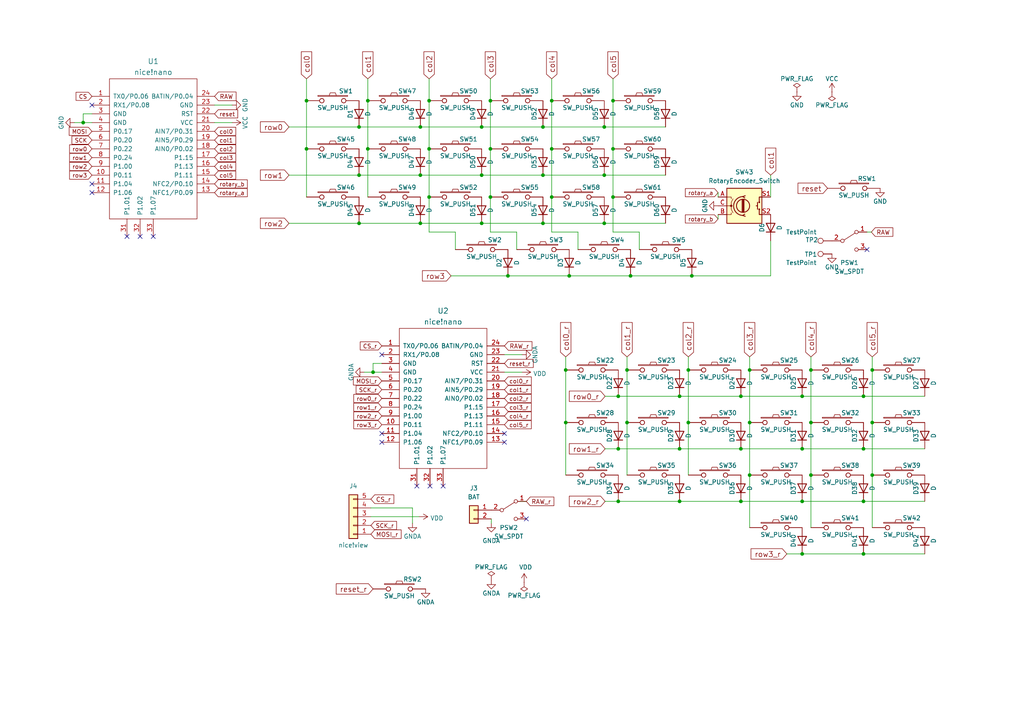
<source format=kicad_sch>
(kicad_sch (version 20230121) (generator eeschema)
  (paper "A4")
  (title_block (title "Corne-ice") (date "2022-12-17") (rev "v0.1") (company "foostan/e3b0c442"))
  (lib_symbols
    (symbol "Connector:TestPoint" (pin_numbers hide) (pin_names (offset 0.762) hide)
      (property "Reference" "TP" (at 0 6.858 0))
      (property "Value" "TestPoint" (at 0 5.08 0))
      (symbol "TestPoint_0_1"
        (circle (center 0 3.302) (radius 0.762))
      )
      (symbol "TestPoint_1_1"
        (pin passive line (at 0 0 90) (length 2.54) (name "1") (number "1"))
      )
    )
    (symbol "Connector_Generic:Conn_01x02" (pin_names (offset 1.016) hide)
      (property "Reference" "J" (at 0 2.54 0))
      (property "Value" "Conn_01x02" (at 0 -5.08 0))
      (symbol "Conn_01x02_1_1"
        (rectangle (start -1.27 -2.413) (end 0 -2.667) (stroke (width 0.1524)))
        (rectangle (start -1.27 0.127) (end 0 -0.127) (stroke (width 0.1524)))
        (rectangle (start -1.27 1.27) (end 1.27 -3.81) (stroke (width 0.254)) (fill (type background)))
        (pin passive line (at -5.08 0 0) (length 3.81) (name "Pin_1") (number "1"))
        (pin passive line (at -5.08 -2.54 0) (length 3.81) (name "Pin_2") (number "2"))
      )
    )
    (symbol "Connector_Generic:Conn_01x05" (pin_names (offset 1.016) hide)
      (property "Reference" "J" (at 0 7.62 0))
      (property "Value" "Conn_01x05" (at 0 -7.62 0))
      (symbol "Conn_01x05_1_1"
        (rectangle (start -1.27 -4.953) (end 0 -5.207) (stroke (width 0.1524)))
        (rectangle (start -1.27 -2.413) (end 0 -2.667) (stroke (width 0.1524)))
        (rectangle (start -1.27 0.127) (end 0 -0.127) (stroke (width 0.1524)))
        (rectangle (start -1.27 2.667) (end 0 2.413) (stroke (width 0.1524)))
        (rectangle (start -1.27 5.207) (end 0 4.953) (stroke (width 0.1524)))
        (rectangle (start -1.27 6.35) (end 1.27 -6.35) (stroke (width 0.254)) (fill (type background)))
        (pin passive line (at -5.08 5.08 0) (length 3.81) (name "Pin_1") (number "1"))
        (pin passive line (at -5.08 2.54 0) (length 3.81) (name "Pin_2") (number "2"))
        (pin passive line (at -5.08 0 0) (length 3.81) (name "Pin_3") (number "3"))
        (pin passive line (at -5.08 -2.54 0) (length 3.81) (name "Pin_4") (number "4"))
        (pin passive line (at -5.08 -5.08 0) (length 3.81) (name "Pin_5") (number "5"))
      )
    )
    (symbol "Device:D" (pin_numbers hide) (pin_names (offset 1.016) hide)
      (property "Reference" "D" (at 0 2.54 0))
      (property "Value" "D" (at 0 -2.54 0))
      (symbol "D_0_1"
        (polyline (pts (xy -1.27 1.27) (xy -1.27 -1.27)) (stroke (width 0.254)))
        (polyline (pts (xy 1.27 0) (xy -1.27 0)))
        (polyline (pts (xy 1.27 1.27) (xy 1.27 -1.27) (xy -1.27 0) (xy 1.27 1.27)) (stroke (width 0.254)))
      )
      (symbol "D_1_1"
        (pin passive line (at -3.81 0 0) (length 2.54) (name "K") (number "1"))
        (pin passive line (at 3.81 0 180) (length 2.54) (name "A") (number "2"))
      )
    )
    (symbol "Device:RotaryEncoder_Switch" (pin_names (offset 0.254) hide)
      (property "Reference" "SW" (at 0 6.604 0))
      (property "Value" "RotaryEncoder_Switch" (at 0 -6.604 0))
      (symbol "RotaryEncoder_Switch_0_1"
        (rectangle (start -5.08 5.08) (end 5.08 -5.08) (stroke (width 0.254)) (fill (type background)))
        (circle (center -3.81 0) (radius 0.254) (fill (type outline)))
        (circle (center -0.381 0) (radius 1.905) (stroke (width 0.254)))
        (arc (start -0.381 2.667) (mid -3.0988 -0.0635) (end -0.381 -2.794) (stroke (width 0.254)))
        (polyline (pts (xy -0.635 -1.778) (xy -0.635 1.778)) (stroke (width 0.254)))
        (polyline (pts (xy -0.381 -1.778) (xy -0.381 1.778)) (stroke (width 0.254)))
        (polyline (pts (xy -0.127 1.778) (xy -0.127 -1.778)) (stroke (width 0.254)))
        (polyline (pts (xy 3.81 0) (xy 3.429 0)) (stroke (width 0.254)))
        (polyline (pts (xy 3.81 1.016) (xy 3.81 -1.016)) (stroke (width 0.254)))
        (polyline (pts (xy -5.08 -2.54) (xy -3.81 -2.54) (xy -3.81 -2.032)))
        (polyline (pts (xy -5.08 2.54) (xy -3.81 2.54) (xy -3.81 2.032)))
        (polyline (pts (xy 0.254 -3.048) (xy -0.508 -2.794) (xy 0.127 -2.413)) (stroke (width 0.254)))
        (polyline (pts (xy 0.254 2.921) (xy -0.508 2.667) (xy 0.127 2.286)) (stroke (width 0.254)))
        (polyline (pts (xy 5.08 -2.54) (xy 4.318 -2.54) (xy 4.318 -1.016)) (stroke (width 0.254)))
        (polyline (pts (xy 5.08 2.54) (xy 4.318 2.54) (xy 4.318 1.016)) (stroke (width 0.254)))
        (polyline (pts (xy -5.08 0) (xy -3.81 0) (xy -3.81 -1.016) (xy -3.302 -2.032)))
        (polyline (pts (xy -4.318 0) (xy -3.81 0) (xy -3.81 1.016) (xy -3.302 2.032)))
        (circle (center 4.318 -1.016) (radius 0.127) (stroke (width 0.254)))
        (circle (center 4.318 1.016) (radius 0.127) (stroke (width 0.254)))
      )
      (symbol "RotaryEncoder_Switch_1_1"
        (pin passive line (at -7.62 2.54 0) (length 2.54) (name "A") (number "A"))
        (pin passive line (at -7.62 -2.54 0) (length 2.54) (name "B") (number "B"))
        (pin passive line (at -7.62 0 0) (length 2.54) (name "C") (number "C"))
        (pin passive line (at 7.62 2.54 180) (length 2.54) (name "S1") (number "S1"))
        (pin passive line (at 7.62 -2.54 180) (length 2.54) (name "S2") (number "S2"))
      )
    )
    (symbol "Switch:SW_SPDT" (pin_names (offset 0) hide)
      (property "Reference" "SW" (at 0 4.318 0))
      (property "Value" "SW_SPDT" (at 0 -5.08 0))
      (symbol "SW_SPDT_0_0"
        (circle (center -2.032 0) (radius 0.508))
        (circle (center 2.032 -2.54) (radius 0.508))
      )
      (symbol "SW_SPDT_0_1"
        (polyline (pts (xy -1.524 0.254) (xy 1.651 2.286)))
        (circle (center 2.032 2.54) (radius 0.508))
      )
      (symbol "SW_SPDT_1_1"
        (pin passive line (at 5.08 2.54 180) (length 2.54) (name "A") (number "1"))
        (pin passive line (at -5.08 0 0) (length 2.54) (name "B") (number "2"))
        (pin passive line (at 5.08 -2.54 180) (length 2.54) (name "C") (number "3"))
      )
    )
    (symbol "kbd:SW_PUSH" (pin_numbers hide) (pin_names (offset 1.016) hide)
      (property "Reference" "SW" (at 3.81 2.794 0))
      (property "Value" "SW_PUSH" (at 0 -2.032 0))
      (symbol "SW_PUSH_0_1"
        (rectangle (start -4.318 1.27) (end 4.318 1.524))
        (polyline (pts (xy -1.016 1.524) (xy -0.762 2.286) (xy 0.762 2.286) (xy 1.016 1.524)))
        (pin passive inverted (at -7.62 0 0) (length 5.08) (name "1") (number "1"))
        (pin passive inverted (at 7.62 0 180) (length 5.08) (name "2") (number "2"))
      )
    )
    (symbol "nice_nano:nice_nano" (pin_names (offset 1.016))
      (property "Reference" "U" (at 0 0 0))
      (property "Value" "nice_nano" (at 0 2.54 0))
      (symbol "nice_nano_0_1"
        (rectangle (start -12.7 -21.59) (end 12.7 19.05))
      )
      (symbol "nice_nano_1_1"
        (pin input line (at -17.78 13.97 0) (length 5.08) (name "TX0/P0.06") (number "1"))
        (pin input line (at -17.78 -8.89 0) (length 5.08) (name "P0.11") (number "10"))
        (pin input line (at -17.78 -11.43 0) (length 5.08) (name "P1.04") (number "11"))
        (pin input line (at -17.78 -13.97 0) (length 5.08) (name "P1.06") (number "12"))
        (pin input line (at 17.78 -13.97 180) (length 5.08) (name "NFC1/P0.09") (number "13"))
        (pin input line (at 17.78 -11.43 180) (length 5.08) (name "NFC2/P0.10") (number "14"))
        (pin input line (at 17.78 -8.89 180) (length 5.08) (name "P1.11") (number "15"))
        (pin input line (at 17.78 -6.35 180) (length 5.08) (name "P1.13") (number "16"))
        (pin input line (at 17.78 -3.81 180) (length 5.08) (name "P1.15") (number "17"))
        (pin input line (at 17.78 -1.27 180) (length 5.08) (name "AIN0/P0.02") (number "18"))
        (pin input line (at 17.78 1.27 180) (length 5.08) (name "AIN5/P0.29") (number "19"))
        (pin input line (at -17.78 11.43 0) (length 5.08) (name "RX1/P0.08") (number "2"))
        (pin input line (at 17.78 3.81 180) (length 5.08) (name "AIN7/P0.31") (number "20"))
        (pin input line (at 17.78 6.35 180) (length 5.08) (name "VCC") (number "21"))
        (pin input line (at 17.78 8.89 180) (length 5.08) (name "RST") (number "22"))
        (pin input line (at 17.78 11.43 180) (length 5.08) (name "GND") (number "23"))
        (pin input line (at 17.78 13.97 180) (length 5.08) (name "BATIN/P0.04") (number "24"))
        (pin input line (at -17.78 8.89 0) (length 5.08) (name "GND") (number "3"))
        (pin input line (at -7.62 -26.67 90) (length 5.08) (name "P1.01") (number "31"))
        (pin input line (at -3.81 -26.67 90) (length 5.08) (name "P1.02") (number "32"))
        (pin input line (at 0 -26.67 90) (length 5.08) (name "P1.07") (number "33"))
        (pin input line (at -17.78 6.35 0) (length 5.08) (name "GND") (number "4"))
        (pin input line (at -17.78 3.81 0) (length 5.08) (name "P0.17") (number "5"))
        (pin input line (at -17.78 1.27 0) (length 5.08) (name "P0.20") (number "6"))
        (pin input line (at -17.78 -1.27 0) (length 5.08) (name "P0.22") (number "7"))
        (pin input line (at -17.78 -3.81 0) (length 5.08) (name "P0.24") (number "8"))
        (pin input line (at -17.78 -6.35 0) (length 5.08) (name "P1.00") (number "9"))
      )
    )
    (symbol "power:GND" (power) (pin_names (offset 0))
      (property "Value" "GND" (at 0 -3.81 0))
      (symbol "GND_0_1"
        (polyline (pts (xy 0 0) (xy 0 -1.27) (xy 1.27 -1.27) (xy 0 -2.54) (xy -1.27 -1.27) (xy 0 -1.27)))
      )
      (symbol "GND_1_1"
        (pin power_in line (at 0 0 270) (length 0) hide (name "GND") (number "1"))
      )
    )
    (symbol "power:GNDA" (power) (pin_names (offset 0))
      (property "Value" "GNDA" (at 0 -3.81 0))
      (symbol "GNDA_0_1"
        (polyline (pts (xy 0 0) (xy 0 -1.27) (xy 1.27 -1.27) (xy 0 -2.54) (xy -1.27 -1.27) (xy 0 -1.27)))
      )
      (symbol "GNDA_1_1"
        (pin power_in line (at 0 0 270) (length 0) hide (name "GNDA") (number "1"))
      )
    )
    (symbol "power:PWR_FLAG" (power) (pin_numbers hide) (pin_names (offset 0) hide)
      (property "Value" "PWR_FLAG" (at 0 3.81 0))
      (symbol "PWR_FLAG_0_0"
        (pin power_out line (at 0 0 90) (length 0) (name "pwr") (number "1"))
      )
      (symbol "PWR_FLAG_0_1"
        (polyline (pts (xy 0 0) (xy 0 1.27) (xy -1.016 1.905) (xy 0 2.54) (xy 1.016 1.905) (xy 0 1.27)))
      )
    )
    (symbol "power:VCC" (power) (pin_names (offset 0))
      (property "Value" "VCC" (at 0 3.81 0))
      (symbol "VCC_0_1"
        (polyline (pts (xy -0.762 1.27) (xy 0 2.54)))
        (polyline (pts (xy 0 0) (xy 0 2.54)))
        (polyline (pts (xy 0 2.54) (xy 0.762 1.27)))
      )
      (symbol "VCC_1_1"
        (pin power_in line (at 0 0 90) (length 0) hide (name "VCC") (number "1"))
      )
    )
    (symbol "power:VDD" (power) (pin_names (offset 0))
      (property "Value" "VDD" (at 0 3.81 0))
      (symbol "VDD_0_1"
        (polyline (pts (xy -0.762 1.27) (xy 0 2.54)))
        (polyline (pts (xy 0 0) (xy 0 2.54)))
        (polyline (pts (xy 0 2.54) (xy 0.762 1.27)))
      )
      (symbol "VDD_1_1"
        (pin power_in line (at 0 0 90) (length 0) hide (name "VDD") (number "1"))
      )
    )
  )
  (junction (at 104.14 64.77))
  (junction (at 142.24 57.15))
  (junction (at 235.204 107.315))
  (junction (at 181.864 107.315))
  (junction (at 235.204 122.555))
  (junction (at 142.24 43.18))
  (junction (at 157.48 36.83))
  (junction (at 124.46 29.21))
  (junction (at 232.664 160.655))
  (junction (at 106.68 43.18))
  (junction (at 250.444 160.655))
  (junction (at 179.324 114.935))
  (junction (at 160.02 57.15))
  (junction (at 104.14 36.83))
  (junction (at 177.8 57.15))
  (junction (at 217.424 107.315))
  (junction (at 214.884 130.175))
  (junction (at 124.46 43.18))
  (junction (at 164.084 107.315))
  (junction (at 24.13 35.56))
  (junction (at 181.864 122.555))
  (junction (at 217.424 137.795))
  (junction (at 252.984 122.555))
  (junction (at 104.14 50.8))
  (junction (at 88.9 29.21))
  (junction (at 147.32 80.01))
  (junction (at 197.104 145.415))
  (junction (at 139.7 64.77))
  (junction (at 106.68 29.21))
  (junction (at 250.444 130.175))
  (junction (at 124.46 57.15))
  (junction (at 250.444 145.415))
  (junction (at 197.104 130.175))
  (junction (at 121.92 64.77))
  (junction (at 179.324 145.415))
  (junction (at 175.26 64.77))
  (junction (at 179.324 130.175))
  (junction (at 199.644 122.555))
  (junction (at 175.26 36.83))
  (junction (at 177.8 43.18))
  (junction (at 177.8 29.21))
  (junction (at 121.92 36.83))
  (junction (at 160.02 29.21))
  (junction (at 214.884 145.415))
  (junction (at 252.984 137.795))
  (junction (at 199.644 107.315))
  (junction (at 182.88 80.01))
  (junction (at 232.664 130.175))
  (junction (at 108.204 107.95))
  (junction (at 142.24 29.21))
  (junction (at 217.424 122.555))
  (junction (at 165.1 80.01))
  (junction (at 252.984 107.315))
  (junction (at 232.664 145.415))
  (junction (at 164.084 122.555))
  (junction (at 139.7 50.8))
  (junction (at 139.7 36.83))
  (junction (at 232.664 114.935))
  (junction (at 197.104 114.935))
  (junction (at 157.48 64.77))
  (junction (at 157.48 50.8))
  (junction (at 88.9 43.18))
  (junction (at 200.66 80.01))
  (junction (at 160.02 43.18))
  (junction (at 121.92 50.8))
  (junction (at 175.26 50.8))
  (junction (at 214.884 114.935))
  (junction (at 235.204 137.795))
  (junction (at 250.444 114.935))
  (no_connect (at 152.654 150.495))
  (no_connect (at 26.67 53.34))
  (no_connect (at 124.714 140.97))
  (no_connect (at 26.67 30.48))
  (no_connect (at 251.46 72.39))
  (no_connect (at 110.744 125.73))
  (no_connect (at 146.304 128.27))
  (no_connect (at 26.67 55.88))
  (no_connect (at 146.304 125.73))
  (no_connect (at 110.744 128.27))
  (no_connect (at 40.64 68.58))
  (no_connect (at 128.524 140.97))
  (no_connect (at 36.83 68.58))
  (no_connect (at 44.45 68.58))
  (no_connect (at 120.904 140.97))
  (no_connect (at 110.744 102.87))
  (wire (pts (xy 146.304 102.87) (xy 151.384 102.87)))
  (wire (pts (xy 235.204 103.505) (xy 235.204 107.315)))
  (wire (pts (xy 252.73 67.31) (xy 251.46 67.31)))
  (wire (pts (xy 139.7 36.83) (xy 157.48 36.83)))
  (wire (pts (xy 62.23 35.56) (xy 67.31 35.56)))
  (wire (pts (xy 199.644 122.555) (xy 199.644 137.795)))
  (wire (pts (xy 175.26 36.83) (xy 193.04 36.83)))
  (wire (pts (xy 214.884 114.935) (xy 232.664 114.935)))
  (wire (pts (xy 223.52 50.8) (xy 223.52 57.15)))
  (wire (pts (xy 252.984 103.505) (xy 252.984 107.315)))
  (wire (pts (xy 177.8 29.21) (xy 177.8 43.18)))
  (wire (pts (xy 104.14 64.77) (xy 121.92 64.77)))
  (wire (pts (xy 107.569 147.32) (xy 119.634 147.32)))
  (wire (pts (xy 124.46 43.18) (xy 124.46 57.15)))
  (wire (pts (xy 208.28 55.88) (xy 208.28 57.15)))
  (wire (pts (xy 142.494 151.765) (xy 142.494 150.495)))
  (wire (pts (xy 214.884 145.415) (xy 232.664 145.415)))
  (wire (pts (xy 175.514 130.175) (xy 179.324 130.175)))
  (wire (pts (xy 223.52 80.01) (xy 200.66 80.01)))
  (wire (pts (xy 88.9 43.18) (xy 88.9 57.15)))
  (wire (pts (xy 142.24 57.15) (xy 142.24 67.31)))
  (wire (pts (xy 106.68 22.86) (xy 106.68 29.21)))
  (wire (pts (xy 142.24 29.21) (xy 142.24 43.18)))
  (wire (pts (xy 24.13 33.02) (xy 24.13 35.56)))
  (wire (pts (xy 88.9 29.21) (xy 88.9 43.18)))
  (wire (pts (xy 149.86 67.31) (xy 149.86 72.39)))
  (wire (pts (xy 179.324 145.415) (xy 197.104 145.415)))
  (wire (pts (xy 124.46 22.86) (xy 124.46 29.21)))
  (wire (pts (xy 164.084 107.315) (xy 164.084 122.555)))
  (wire (pts (xy 108.204 105.41) (xy 108.204 107.95)))
  (wire (pts (xy 185.42 67.31) (xy 185.42 72.39)))
  (wire (pts (xy 232.664 160.655) (xy 250.444 160.655)))
  (wire (pts (xy 108.204 107.95) (xy 110.744 107.95)))
  (wire (pts (xy 124.46 67.31) (xy 132.08 67.31)))
  (wire (pts (xy 199.644 107.315) (xy 199.644 122.555)))
  (wire (pts (xy 217.424 103.505) (xy 217.424 107.315)))
  (wire (pts (xy 147.32 80.01) (xy 165.1 80.01)))
  (wire (pts (xy 235.204 137.795) (xy 235.204 153.035)))
  (wire (pts (xy 121.92 36.83) (xy 139.7 36.83)))
  (wire (pts (xy 157.48 36.83) (xy 175.26 36.83)))
  (wire (pts (xy 124.46 29.21) (xy 124.46 43.18)))
  (wire (pts (xy 119.634 147.32) (xy 119.634 151.765)))
  (wire (pts (xy 177.8 22.86) (xy 177.8 29.21)))
  (wire (pts (xy 232.664 130.175) (xy 250.444 130.175)))
  (wire (pts (xy 124.46 57.15) (xy 124.46 67.31)))
  (wire (pts (xy 175.26 50.8) (xy 193.04 50.8)))
  (wire (pts (xy 160.02 43.18) (xy 160.02 57.15)))
  (wire (pts (xy 199.644 103.505) (xy 199.644 107.315)))
  (wire (pts (xy 105.664 107.95) (xy 108.204 107.95)))
  (wire (pts (xy 228.219 160.655) (xy 232.664 160.655)))
  (wire (pts (xy 250.444 114.935) (xy 268.224 114.935)))
  (wire (pts (xy 160.02 29.21) (xy 160.02 43.18)))
  (wire (pts (xy 181.864 103.505) (xy 181.864 107.315)))
  (wire (pts (xy 165.1 80.01) (xy 182.88 80.01)))
  (wire (pts (xy 250.444 145.415) (xy 268.224 145.415)))
  (wire (pts (xy 106.68 29.21) (xy 106.68 43.18)))
  (wire (pts (xy 160.02 67.31) (xy 167.64 67.31)))
  (wire (pts (xy 175.514 145.415) (xy 179.324 145.415)))
  (wire (pts (xy 182.88 80.01) (xy 200.66 80.01)))
  (wire (pts (xy 197.104 145.415) (xy 214.884 145.415)))
  (wire (pts (xy 104.14 36.83) (xy 121.92 36.83)))
  (wire (pts (xy 235.204 122.555) (xy 235.204 137.795)))
  (wire (pts (xy 24.13 35.56) (xy 26.67 35.56)))
  (wire (pts (xy 232.664 145.415) (xy 250.444 145.415)))
  (wire (pts (xy 250.444 130.175) (xy 268.224 130.175)))
  (wire (pts (xy 179.324 114.935) (xy 197.104 114.935)))
  (wire (pts (xy 177.8 67.31) (xy 185.42 67.31)))
  (wire (pts (xy 157.48 50.8) (xy 175.26 50.8)))
  (wire (pts (xy 83.82 64.77) (xy 104.14 64.77)))
  (wire (pts (xy 223.52 69.85) (xy 223.52 80.01)))
  (wire (pts (xy 160.02 57.15) (xy 160.02 67.31)))
  (wire (pts (xy 142.24 67.31) (xy 149.86 67.31)))
  (wire (pts (xy 107.569 149.86) (xy 121.539 149.86)))
  (wire (pts (xy 139.7 50.8) (xy 157.48 50.8)))
  (wire (pts (xy 197.104 130.175) (xy 214.884 130.175)))
  (wire (pts (xy 175.26 64.77) (xy 193.04 64.77)))
  (wire (pts (xy 139.7 64.77) (xy 157.48 64.77)))
  (wire (pts (xy 104.14 50.8) (xy 121.92 50.8)))
  (wire (pts (xy 160.02 22.86) (xy 160.02 29.21)))
  (wire (pts (xy 232.664 114.935) (xy 250.444 114.935)))
  (wire (pts (xy 83.82 36.83) (xy 104.14 36.83)))
  (wire (pts (xy 177.8 43.18) (xy 177.8 57.15)))
  (wire (pts (xy 181.864 107.315) (xy 181.864 122.555)))
  (wire (pts (xy 208.28 63.5) (xy 208.28 62.23)))
  (wire (pts (xy 217.424 137.795) (xy 217.424 153.035)))
  (wire (pts (xy 164.084 103.505) (xy 164.084 107.315)))
  (wire (pts (xy 214.884 130.175) (xy 232.664 130.175)))
  (wire (pts (xy 152.654 145.415) (xy 150.749 145.415)))
  (wire (pts (xy 175.514 114.935) (xy 179.324 114.935)))
  (wire (pts (xy 62.23 30.48) (xy 67.31 30.48)))
  (wire (pts (xy 106.68 43.18) (xy 106.68 57.15)))
  (wire (pts (xy 181.864 122.555) (xy 181.864 137.795)))
  (wire (pts (xy 130.81 80.01) (xy 147.32 80.01)))
  (wire (pts (xy 167.64 67.31) (xy 167.64 72.39)))
  (wire (pts (xy 21.59 35.56) (xy 24.13 35.56)))
  (wire (pts (xy 197.104 114.935) (xy 214.884 114.935)))
  (wire (pts (xy 157.48 64.77) (xy 175.26 64.77)))
  (wire (pts (xy 179.324 130.175) (xy 197.104 130.175)))
  (wire (pts (xy 217.424 107.315) (xy 217.424 122.555)))
  (wire (pts (xy 217.424 122.555) (xy 217.424 137.795)))
  (wire (pts (xy 252.984 122.555) (xy 252.984 137.795)))
  (wire (pts (xy 252.984 107.315) (xy 252.984 122.555)))
  (wire (pts (xy 142.24 43.18) (xy 142.24 57.15)))
  (wire (pts (xy 83.82 50.8) (xy 104.14 50.8)))
  (wire (pts (xy 164.084 122.555) (xy 164.084 137.795)))
  (wire (pts (xy 132.08 67.31) (xy 132.08 72.39)))
  (wire (pts (xy 250.444 160.655) (xy 268.224 160.655)))
  (wire (pts (xy 177.8 57.15) (xy 177.8 67.31)))
  (wire (pts (xy 146.304 107.95) (xy 151.384 107.95)))
  (wire (pts (xy 142.24 22.86) (xy 142.24 29.21)))
  (wire (pts (xy 235.204 107.315) (xy 235.204 122.555)))
  (wire (pts (xy 26.67 33.02) (xy 24.13 33.02)))
  (wire (pts (xy 88.9 22.86) (xy 88.9 29.21)))
  (wire (pts (xy 110.744 105.41) (xy 108.204 105.41)))
  (wire (pts (xy 121.92 64.77) (xy 139.7 64.77)))
  (wire (pts (xy 252.984 137.795) (xy 252.984 153.035)))
  (wire (pts (xy 121.92 50.8) (xy 139.7 50.8)))
  (global_label "col2" (shape input) (at 62.23 43.18 0) (effects (font (size 1.1938 1.1938))) (property "Intersheetrefs" "${INTERSHEET_REFS}" (effects hide)))
  (global_label "col4_r" (shape input) (at 146.304 120.65 0) (effects (font (size 1.1938 1.1938))) (property "Intersheetrefs" "${INTERSHEET_REFS}" (effects hide)))
  (global_label "col1" (shape input) (at 106.68 22.86 90) (effects (font (size 1.524 1.524))) (property "Intersheetrefs" "${INTERSHEET_REFS}" (effects hide)))
  (global_label "SCK_r" (shape input) (at 107.569 152.4 0) (effects (font (size 1.1938 1.1938))) (property "Intersheetrefs" "${INTERSHEET_REFS}" (effects hide)))
  (global_label "col2_r" (shape input) (at 199.644 103.505 90) (effects (font (size 1.524 1.524))) (property "Intersheetrefs" "${INTERSHEET_REFS}" (effects hide)))
  (global_label "row3_r" (shape input) (at 228.219 160.655 180) (effects (font (size 1.524 1.524))) (property "Intersheetrefs" "${INTERSHEET_REFS}" (effects hide)))
  (global_label "MOSI_r" (shape input) (at 107.569 154.94 0) (property "Intersheetrefs" "${INTERSHEET_REFS}" (effects hide)))
  (global_label "row3" (shape input) (at 26.67 50.8 180) (effects (font (size 1.1938 1.1938))) (property "Intersheetrefs" "${INTERSHEET_REFS}" (effects hide)))
  (global_label "col3_r" (shape input) (at 217.424 103.505 90) (effects (font (size 1.524 1.524))) (property "Intersheetrefs" "${INTERSHEET_REFS}" (effects hide)))
  (global_label "col2_r" (shape input) (at 146.304 115.57 0) (effects (font (size 1.1938 1.1938))) (property "Intersheetrefs" "${INTERSHEET_REFS}" (effects hide)))
  (global_label "MOSI" (shape input) (at 26.67 38.1 180) (effects (font (size 1.1938 1.1938))) (property "Intersheetrefs" "${INTERSHEET_REFS}" (effects hide)))
  (global_label "RAW_r" (shape input) (at 152.654 145.415 0) (property "Intersheetrefs" "${INTERSHEET_REFS}" (effects hide)))
  (global_label "reset_r" (shape input) (at 108.204 170.815 180) (effects (font (size 1.524 1.524))) (property "Intersheetrefs" "${INTERSHEET_REFS}" (effects hide)))
  (global_label "row2" (shape input) (at 26.67 48.26 180) (effects (font (size 1.1938 1.1938))) (property "Intersheetrefs" "${INTERSHEET_REFS}" (effects hide)))
  (global_label "row0_r" (shape input) (at 110.744 115.57 180) (effects (font (size 1.1938 1.1938))) (property "Intersheetrefs" "${INTERSHEET_REFS}" (effects hide)))
  (global_label "CS_r" (shape input) (at 110.744 100.33 180) (effects (font (size 1.1938 1.1938))) (property "Intersheetrefs" "${INTERSHEET_REFS}" (effects hide)))
  (global_label "col0" (shape input) (at 88.9 22.86 90) (effects (font (size 1.524 1.524))) (property "Intersheetrefs" "${INTERSHEET_REFS}" (effects hide)))
  (global_label "col4" (shape input) (at 160.02 22.86 90) (effects (font (size 1.524 1.524))) (property "Intersheetrefs" "${INTERSHEET_REFS}" (effects hide)))
  (global_label "row0" (shape input) (at 83.82 36.83 180) (effects (font (size 1.524 1.524))) (property "Intersheetrefs" "${INTERSHEET_REFS}" (effects hide)))
  (global_label "col1" (shape input) (at 223.52 50.8 90) (effects (font (size 1.524 1.524))) (property "Intersheetrefs" "${INTERSHEET_REFS}" (effects hide)))
  (global_label "col1_r" (shape input) (at 146.304 113.03 0) (effects (font (size 1.1938 1.1938))) (property "Intersheetrefs" "${INTERSHEET_REFS}" (effects hide)))
  (global_label "col5_r" (shape input) (at 146.304 123.19 0) (effects (font (size 1.1938 1.1938))) (property "Intersheetrefs" "${INTERSHEET_REFS}" (effects hide)))
  (global_label "col5" (shape input) (at 177.8 22.86 90) (effects (font (size 1.524 1.524))) (property "Intersheetrefs" "${INTERSHEET_REFS}" (effects hide)))
  (global_label "SCK" (shape input) (at 26.67 40.64 180) (effects (font (size 1.1938 1.1938))) (property "Intersheetrefs" "${INTERSHEET_REFS}" (effects hide)))
  (global_label "col5_r" (shape input) (at 252.984 103.505 90) (effects (font (size 1.524 1.524))) (property "Intersheetrefs" "${INTERSHEET_REFS}" (effects hide)))
  (global_label "rotary_a" (shape input) (at 62.23 55.88 0) (effects (font (size 1.1938 1.1938))) (property "Intersheetrefs" "${INTERSHEET_REFS}" (effects hide)))
  (global_label "row1_r" (shape input) (at 175.514 130.175 180) (effects (font (size 1.524 1.524))) (property "Intersheetrefs" "${INTERSHEET_REFS}" (effects hide)))
  (global_label "RAW_r" (shape input) (at 146.304 100.33 0) (property "Intersheetrefs" "${INTERSHEET_REFS}" (effects hide)))
  (global_label "RAW" (shape input) (at 62.23 27.94 0) (property "Intersheetrefs" "${INTERSHEET_REFS}" (effects hide)))
  (global_label "reset_r" (shape input) (at 146.304 105.41 0) (effects (font (size 1.1938 1.1938))) (property "Intersheetrefs" "${INTERSHEET_REFS}" (effects hide)))
  (global_label "CS_r" (shape input) (at 107.569 144.78 0) (property "Intersheetrefs" "${INTERSHEET_REFS}" (effects hide)))
  (global_label "row0" (shape input) (at 26.67 43.18 180) (effects (font (size 1.1938 1.1938))) (property "Intersheetrefs" "${INTERSHEET_REFS}" (effects hide)))
  (global_label "col0_r" (shape input) (at 164.084 103.505 90) (effects (font (size 1.524 1.524))) (property "Intersheetrefs" "${INTERSHEET_REFS}" (effects hide)))
  (global_label "rotary_b" (shape input) (at 62.23 53.34 0) (effects (font (size 1.1938 1.1938))) (property "Intersheetrefs" "${INTERSHEET_REFS}" (effects hide)))
  (global_label "col1_r" (shape input) (at 181.864 103.505 90) (effects (font (size 1.524 1.524))) (property "Intersheetrefs" "${INTERSHEET_REFS}" (effects hide)))
  (global_label "row2_r" (shape input) (at 110.744 120.65 180) (effects (font (size 1.1938 1.1938))) (property "Intersheetrefs" "${INTERSHEET_REFS}" (effects hide)))
  (global_label "col5" (shape input) (at 62.23 50.8 0) (effects (font (size 1.1938 1.1938))) (property "Intersheetrefs" "${INTERSHEET_REFS}" (effects hide)))
  (global_label "row2" (shape input) (at 83.82 64.77 180) (effects (font (size 1.524 1.524))) (property "Intersheetrefs" "${INTERSHEET_REFS}" (effects hide)))
  (global_label "reset" (shape input) (at 240.03 54.61 180) (effects (font (size 1.524 1.524))) (property "Intersheetrefs" "${INTERSHEET_REFS}" (effects hide)))
  (global_label "row1" (shape input) (at 83.82 50.8 180) (effects (font (size 1.524 1.524))) (property "Intersheetrefs" "${INTERSHEET_REFS}" (effects hide)))
  (global_label "MOSI_r" (shape input) (at 110.744 110.49 180) (effects (font (size 1.1938 1.1938))) (property "Intersheetrefs" "${INTERSHEET_REFS}" (effects hide)))
  (global_label "col3" (shape input) (at 62.23 45.72 0) (effects (font (size 1.1938 1.1938))) (property "Intersheetrefs" "${INTERSHEET_REFS}" (effects hide)))
  (global_label "rotary_b" (shape input) (at 208.28 63.5 180) (effects (font (size 1.1938 1.1938))) (property "Intersheetrefs" "${INTERSHEET_REFS}" (effects hide)))
  (global_label "row3" (shape input) (at 130.81 80.01 180) (effects (font (size 1.524 1.524))) (property "Intersheetrefs" "${INTERSHEET_REFS}" (effects hide)))
  (global_label "SCK_r" (shape input) (at 110.744 113.03 180) (effects (font (size 1.1938 1.1938))) (property "Intersheetrefs" "${INTERSHEET_REFS}" (effects hide)))
  (global_label "row0_r" (shape input) (at 175.514 114.935 180) (effects (font (size 1.524 1.524))) (property "Intersheetrefs" "${INTERSHEET_REFS}" (effects hide)))
  (global_label "col0" (shape input) (at 62.23 38.1 0) (effects (font (size 1.1938 1.1938))) (property "Intersheetrefs" "${INTERSHEET_REFS}" (effects hide)))
  (global_label "RAW" (shape input) (at 252.73 67.31 0) (property "Intersheetrefs" "${INTERSHEET_REFS}" (effects hide)))
  (global_label "row2_r" (shape input) (at 175.514 145.415 180) (effects (font (size 1.524 1.524))) (property "Intersheetrefs" "${INTERSHEET_REFS}" (effects hide)))
  (global_label "row3_r" (shape input) (at 110.744 123.19 180) (effects (font (size 1.1938 1.1938))) (property "Intersheetrefs" "${INTERSHEET_REFS}" (effects hide)))
  (global_label "rotary_a" (shape input) (at 208.28 55.88 180) (effects (font (size 1.1938 1.1938))) (property "Intersheetrefs" "${INTERSHEET_REFS}" (effects hide)))
  (global_label "col0_r" (shape input) (at 146.304 110.49 0) (effects (font (size 1.1938 1.1938))) (property "Intersheetrefs" "${INTERSHEET_REFS}" (effects hide)))
  (global_label "row1_r" (shape input) (at 110.744 118.11 180) (effects (font (size 1.1938 1.1938))) (property "Intersheetrefs" "${INTERSHEET_REFS}" (effects hide)))
  (global_label "CS" (shape input) (at 26.67 27.94 180) (effects (font (size 1.1938 1.1938))) (property "Intersheetrefs" "${INTERSHEET_REFS}" (effects hide)))
  (global_label "col4" (shape input) (at 62.23 48.26 0) (effects (font (size 1.1938 1.1938))) (property "Intersheetrefs" "${INTERSHEET_REFS}" (effects hide)))
  (global_label "col2" (shape input) (at 124.46 22.86 90) (effects (font (size 1.524 1.524))) (property "Intersheetrefs" "${INTERSHEET_REFS}" (effects hide)))
  (global_label "col1" (shape input) (at 62.23 40.64 0) (effects (font (size 1.1938 1.1938))) (property "Intersheetrefs" "${INTERSHEET_REFS}" (effects hide)))
  (global_label "col3_r" (shape input) (at 146.304 118.11 0) (effects (font (size 1.1938 1.1938))) (property "Intersheetrefs" "${INTERSHEET_REFS}" (effects hide)))
  (global_label "col3" (shape input) (at 142.24 22.86 90) (effects (font (size 1.524 1.524))) (property "Intersheetrefs" "${INTERSHEET_REFS}" (effects hide)))
  (global_label "col4_r" (shape input) (at 235.204 103.505 90) (effects (font (size 1.524 1.524))) (property "Intersheetrefs" "${INTERSHEET_REFS}" (effects hide)))
  (global_label "row1" (shape input) (at 26.67 45.72 180) (effects (font (size 1.1938 1.1938))) (property "Intersheetrefs" "${INTERSHEET_REFS}" (effects hide)))
  (global_label "reset" (shape input) (at 62.23 33.02 0) (effects (font (size 1.1938 1.1938))) (property "Intersheetrefs" "${INTERSHEET_REFS}" (effects hide)))
  (symbol (lib_id "nice_nano:nice_nano") (at 44.45 41.91 0) (unit 1)
    (property "Reference" "U1" (at 44.45 17.78 0) (effects (font (size 1.524 1.524))))
    (property "Value" "nice!nano" (at 44.45 20.955 0) (effects (font (size 1.524 1.524))))
    (property "Footprint" "kbd:ProMicro_v3" (effects hide))
  )
  (symbol (lib_id "kbd:SW_PUSH") (at 96.52 29.21 0) (unit 1)
    (property "Reference" "SW1" (at 100.33 26.416 0))
    (property "Value" "SW_PUSH" (at 96.52 31.242 0))
    (property "Footprint" "kbd:CherryMX_Hotswap" (effects hide))
  )
  (symbol (lib_id "Device:D") (at 104.14 33.02 90) (unit 1)
    (property "Reference" "D1" (at 101.6 33.02 0))
    (property "Value" "D" (at 106.68 33.02 0))
    (property "Footprint" "kbd:D3_SMD_v2" (effects hide))
  )
  (symbol (lib_id "power:GND") (at 67.31 30.48 90) (unit 1)
    (property "Reference" "#PWR07" (effects hide))
    (property "Value" "GND" (at 71.12 30.48 0))
  )
  (symbol (lib_id "power:VCC") (at 67.31 35.56 270) (unit 1)
    (property "Reference" "#PWR09" (effects hide))
    (property "Value" "VCC" (at 71.12 35.56 0))
  )
  (symbol (lib_id "power:GND") (at 21.59 35.56 270) (unit 1)
    (property "Reference" "#PWR08" (effects hide))
    (property "Value" "GND" (at 17.78 35.56 0))
  )
  (symbol (lib_id "power:GND") (at 231.14 26.67 0) (unit 1)
    (property "Reference" "#PWR04" (effects hide))
    (property "Value" "GND" (at 231.14 30.48 0))
  )
  (symbol (lib_id "power:VCC") (at 241.3 26.67 0) (unit 1)
    (property "Reference" "#PWR05" (effects hide))
    (property "Value" "VCC" (at 241.3 22.86 0))
  )
  (symbol (lib_id "power:PWR_FLAG") (at 241.3 26.67 180) (unit 1)
    (property "Reference" "#FLG02" (effects hide))
    (property "Value" "PWR_FLAG" (at 241.3 30.48 0))
  )
  (symbol (lib_id "power:PWR_FLAG") (at 231.14 26.67 0) (unit 1)
    (property "Reference" "#FLG01" (effects hide))
    (property "Value" "PWR_FLAG" (at 231.14 22.86 0))
  )
  (symbol (lib_id "kbd:SW_PUSH") (at 247.65 54.61 0) (unit 1)
    (property "Reference" "RSW1" (at 251.46 51.816 0))
    (property "Value" "SW_PUSH" (at 247.65 56.642 0))
    (property "Footprint" "Button_Switch_SMD:SW_Push_1P1T-MP_NO_Horizontal_Alps_SKRTLAE010" (effects hide))
  )
  (symbol (lib_id "power:GND") (at 255.27 54.61 0) (unit 1)
    (property "Reference" "#PWR06" (effects hide))
    (property "Value" "GND" (at 255.27 58.42 0))
  )
  (symbol (lib_id "nice_nano:nice_nano") (at 128.524 114.3 0) (unit 1)
    (property "Reference" "U2" (at 128.524 90.17 0) (effects (font (size 1.524 1.524))))
    (property "Value" "nice!nano" (at 128.524 93.345 0) (effects (font (size 1.524 1.524))))
    (property "Footprint" "kbd:ProMicro_v3" (effects hide))
  )
  (symbol (lib_id "kbd:SW_PUSH") (at 189.484 107.315 0) (unit 1)
    (property "Reference" "SW23" (at 193.294 104.521 0))
    (property "Value" "SW_PUSH" (at 189.484 109.347 0))
    (property "Footprint" "kbd:CherryMX_Hotswap" (effects hide))
  )
  (symbol (lib_id "Device:D") (at 197.104 111.125 90) (unit 1)
    (property "Reference" "D23" (at 194.564 111.125 0))
    (property "Value" "D" (at 199.644 111.125 0))
    (property "Footprint" "kbd:D3_SMD_v2" (effects hide))
  )
  (symbol (lib_id "kbd:SW_PUSH") (at 207.264 107.315 0) (unit 1)
    (property "Reference" "SW24" (at 211.074 104.521 0))
    (property "Value" "SW_PUSH" (at 207.264 109.347 0))
    (property "Footprint" "kbd:CherryMX_Hotswap" (effects hide))
  )
  (symbol (lib_id "Device:D") (at 214.884 111.125 90) (unit 1)
    (property "Reference" "D24" (at 212.344 111.125 0))
    (property "Value" "D" (at 217.424 111.125 0))
    (property "Footprint" "kbd:D3_SMD_v2" (effects hide))
  )
  (symbol (lib_id "kbd:SW_PUSH") (at 225.044 107.315 0) (unit 1)
    (property "Reference" "SW25" (at 228.854 104.521 0))
    (property "Value" "SW_PUSH" (at 225.044 109.347 0))
    (property "Footprint" "kbd:CherryMX_Hotswap" (effects hide))
  )
  (symbol (lib_id "kbd:SW_PUSH") (at 242.824 107.315 0) (unit 1)
    (property "Reference" "SW26" (at 246.634 104.521 0))
    (property "Value" "SW_PUSH" (at 242.824 109.347 0))
    (property "Footprint" "kbd:CherryMX_Hotswap" (effects hide))
  )
  (symbol (lib_id "kbd:SW_PUSH") (at 260.604 107.315 0) (unit 1)
    (property "Reference" "SW27" (at 264.414 104.521 0))
    (property "Value" "SW_PUSH" (at 260.604 109.347 0))
    (property "Footprint" "kbd:CherryMX_Hotswap" (effects hide))
  )
  (symbol (lib_id "Device:D") (at 232.664 111.125 90) (unit 1)
    (property "Reference" "D25" (at 230.124 111.125 0))
    (property "Value" "D" (at 235.204 111.125 0))
    (property "Footprint" "kbd:D3_SMD_v2" (effects hide))
  )
  (symbol (lib_id "Device:D") (at 250.444 111.125 90) (unit 1)
    (property "Reference" "D26" (at 247.904 111.125 0))
    (property "Value" "D" (at 252.984 111.125 0))
    (property "Footprint" "kbd:D3_SMD_v2" (effects hide))
  )
  (symbol (lib_id "Device:D") (at 268.224 111.125 90) (unit 1)
    (property "Reference" "D27" (at 265.684 111.125 0))
    (property "Value" "D" (at 270.764 111.125 0))
    (property "Footprint" "kbd:D3_SMD_v2" (effects hide))
  )
  (symbol (lib_id "kbd:SW_PUSH") (at 171.704 107.315 0) (unit 1)
    (property "Reference" "SW22" (at 175.514 104.521 0))
    (property "Value" "SW_PUSH" (at 171.704 109.347 0))
    (property "Footprint" "kbd:CherryMX_Hotswap" (effects hide))
  )
  (symbol (lib_id "Device:D") (at 179.324 111.125 90) (unit 1)
    (property "Reference" "D22" (at 176.784 111.125 0))
    (property "Value" "D" (at 181.864 111.125 0))
    (property "Footprint" "kbd:D3_SMD_v2" (effects hide))
  )
  (symbol (lib_id "kbd:SW_PUSH") (at 189.484 122.555 0) (unit 1)
    (property "Reference" "SW29" (at 193.294 119.761 0))
    (property "Value" "SW_PUSH" (at 189.484 124.587 0))
    (property "Footprint" "kbd:CherryMX_Hotswap" (effects hide))
  )
  (symbol (lib_id "Device:D") (at 197.104 126.365 90) (unit 1)
    (property "Reference" "D29" (at 194.564 126.365 0))
    (property "Value" "D" (at 199.644 126.365 0))
    (property "Footprint" "kbd:D3_SMD_v2" (effects hide))
  )
  (symbol (lib_id "kbd:SW_PUSH") (at 207.264 122.555 0) (unit 1)
    (property "Reference" "SW30" (at 211.074 119.761 0))
    (property "Value" "SW_PUSH" (at 207.264 124.587 0))
    (property "Footprint" "kbd:CherryMX_Hotswap" (effects hide))
  )
  (symbol (lib_id "Device:D") (at 214.884 126.365 90) (unit 1)
    (property "Reference" "D30" (at 212.344 126.365 0))
    (property "Value" "D" (at 217.424 126.365 0))
    (property "Footprint" "kbd:D3_SMD_v2" (effects hide))
  )
  (symbol (lib_id "kbd:SW_PUSH") (at 225.044 122.555 0) (unit 1)
    (property "Reference" "SW31" (at 228.854 119.761 0))
    (property "Value" "SW_PUSH" (at 225.044 124.587 0))
    (property "Footprint" "kbd:CherryMX_Hotswap" (effects hide))
  )
  (symbol (lib_id "kbd:SW_PUSH") (at 242.824 122.555 0) (unit 1)
    (property "Reference" "SW32" (at 246.634 119.761 0))
    (property "Value" "SW_PUSH" (at 242.824 124.587 0))
    (property "Footprint" "kbd:CherryMX_Hotswap" (effects hide))
  )
  (symbol (lib_id "kbd:SW_PUSH") (at 260.604 122.555 0) (unit 1)
    (property "Reference" "SW33" (at 264.414 119.761 0))
    (property "Value" "SW_PUSH" (at 260.604 124.587 0))
    (property "Footprint" "kbd:CherryMX_Hotswap" (effects hide))
  )
  (symbol (lib_id "Device:D") (at 232.664 126.365 90) (unit 1)
    (property "Reference" "D31" (at 230.124 126.365 0))
    (property "Value" "D" (at 235.204 126.365 0))
    (property "Footprint" "kbd:D3_SMD_v2" (effects hide))
  )
  (symbol (lib_id "Device:D") (at 250.444 126.365 90) (unit 1)
    (property "Reference" "D32" (at 247.904 126.365 0))
    (property "Value" "D" (at 252.984 126.365 0))
    (property "Footprint" "kbd:D3_SMD_v2" (effects hide))
  )
  (symbol (lib_id "Device:D") (at 268.224 126.365 90) (unit 1)
    (property "Reference" "D33" (at 265.684 126.365 0))
    (property "Value" "D" (at 270.764 126.365 0))
    (property "Footprint" "kbd:D3_SMD_v2" (effects hide))
  )
  (symbol (lib_id "kbd:SW_PUSH") (at 171.704 122.555 0) (unit 1)
    (property "Reference" "SW28" (at 175.514 119.761 0))
    (property "Value" "SW_PUSH" (at 171.704 124.587 0))
    (property "Footprint" "kbd:CherryMX_Hotswap" (effects hide))
  )
  (symbol (lib_id "Device:D") (at 179.324 126.365 90) (unit 1)
    (property "Reference" "D28" (at 176.784 126.365 0))
    (property "Value" "D" (at 181.864 126.365 0))
    (property "Footprint" "kbd:D3_SMD_v2" (effects hide))
  )
  (symbol (lib_id "kbd:SW_PUSH") (at 189.484 137.795 0) (unit 1)
    (property "Reference" "SW35" (at 193.294 135.001 0))
    (property "Value" "SW_PUSH" (at 189.484 139.827 0))
    (property "Footprint" "kbd:CherryMX_Hotswap" (effects hide))
  )
  (symbol (lib_id "Device:D") (at 197.104 141.605 90) (unit 1)
    (property "Reference" "D35" (at 194.564 141.605 0))
    (property "Value" "D" (at 199.644 141.605 0))
    (property "Footprint" "kbd:D3_SMD_v2" (effects hide))
  )
  (symbol (lib_id "kbd:SW_PUSH") (at 207.264 137.795 0) (unit 1)
    (property "Reference" "SW36" (at 211.074 135.001 0))
    (property "Value" "SW_PUSH" (at 207.264 139.827 0))
    (property "Footprint" "kbd:CherryMX_Hotswap" (effects hide))
  )
  (symbol (lib_id "Device:D") (at 214.884 141.605 90) (unit 1)
    (property "Reference" "D36" (at 212.344 141.605 0))
    (property "Value" "D" (at 217.424 141.605 0))
    (property "Footprint" "kbd:D3_SMD_v2" (effects hide))
  )
  (symbol (lib_id "kbd:SW_PUSH") (at 225.044 137.795 0) (unit 1)
    (property "Reference" "SW37" (at 228.854 135.001 0))
    (property "Value" "SW_PUSH" (at 225.044 139.827 0))
    (property "Footprint" "kbd:CherryMX_Hotswap" (effects hide))
  )
  (symbol (lib_id "kbd:SW_PUSH") (at 242.824 137.795 0) (unit 1)
    (property "Reference" "SW38" (at 246.634 135.001 0))
    (property "Value" "SW_PUSH" (at 242.824 139.827 0))
    (property "Footprint" "kbd:CherryMX_Hotswap" (effects hide))
  )
  (symbol (lib_id "kbd:SW_PUSH") (at 260.604 137.795 0) (unit 1)
    (property "Reference" "SW39" (at 264.414 135.001 0))
    (property "Value" "SW_PUSH" (at 260.604 139.827 0))
    (property "Footprint" "kbd:CherryMX_Hotswap" (effects hide))
  )
  (symbol (lib_id "Device:D") (at 232.664 141.605 90) (unit 1)
    (property "Reference" "D37" (at 230.124 141.605 0))
    (property "Value" "D" (at 235.204 141.605 0))
    (property "Footprint" "kbd:D3_SMD_v2" (effects hide))
  )
  (symbol (lib_id "Device:D") (at 250.444 141.605 90) (unit 1)
    (property "Reference" "D38" (at 247.904 141.605 0))
    (property "Value" "D" (at 252.984 141.605 0))
    (property "Footprint" "kbd:D3_SMD_v2" (effects hide))
  )
  (symbol (lib_id "Device:D") (at 268.224 141.605 90) (unit 1)
    (property "Reference" "D39" (at 265.684 141.605 0))
    (property "Value" "D" (at 270.764 141.605 0))
    (property "Footprint" "kbd:D3_SMD_v2" (effects hide))
  )
  (symbol (lib_id "kbd:SW_PUSH") (at 171.704 137.795 0) (unit 1)
    (property "Reference" "SW34" (at 175.514 135.001 0))
    (property "Value" "SW_PUSH" (at 171.704 139.827 0))
    (property "Footprint" "kbd:CherryMX_Hotswap" (effects hide))
  )
  (symbol (lib_id "Device:D") (at 179.324 141.605 90) (unit 1)
    (property "Reference" "D34" (at 176.784 141.605 0))
    (property "Value" "D" (at 181.864 141.605 0))
    (property "Footprint" "kbd:D3_SMD_v2" (effects hide))
  )
  (symbol (lib_id "kbd:SW_PUSH") (at 242.824 153.035 0) (unit 1)
    (property "Reference" "SW41" (at 246.634 150.241 0))
    (property "Value" "SW_PUSH" (at 242.824 155.067 0))
    (property "Footprint" "kbd:CherryMX_Hotswap" (effects hide))
  )
  (symbol (lib_id "Device:D") (at 250.444 156.845 90) (unit 1)
    (property "Reference" "D41" (at 247.904 156.845 0))
    (property "Value" "D" (at 252.984 156.845 0))
    (property "Footprint" "kbd:D3_SMD_v2" (effects hide))
  )
  (symbol (lib_id "kbd:SW_PUSH") (at 260.604 153.035 0) (unit 1)
    (property "Reference" "SW42" (at 264.414 150.241 0))
    (property "Value" "SW_PUSH" (at 260.604 155.067 0))
    (property "Footprint" "kbd:CherryMX_Hotswap_1.5u" (effects hide))
  )
  (symbol (lib_id "Device:D") (at 268.224 156.845 90) (unit 1)
    (property "Reference" "D42" (at 265.684 156.845 0))
    (property "Value" "D" (at 270.764 156.845 0))
    (property "Footprint" "kbd:D3_SMD_v2" (effects hide))
  )
  (symbol (lib_id "kbd:SW_PUSH") (at 225.044 153.035 0) (unit 1)
    (property "Reference" "SW40" (at 228.854 150.241 0))
    (property "Value" "SW_PUSH" (at 225.044 155.067 0))
    (property "Footprint" "kbd:CherryMX_Hotswap" (effects hide))
  )
  (symbol (lib_id "Device:D") (at 232.664 156.845 90) (unit 1)
    (property "Reference" "D40" (at 230.124 156.845 0))
    (property "Value" "D" (at 235.204 156.845 0))
    (property "Footprint" "kbd:D3_SMD_v2" (effects hide))
  )
  (symbol (lib_id "power:GNDA") (at 151.384 102.87 90) (unit 1)
    (property "Reference" "#PWR017" (effects hide))
    (property "Value" "GNDA" (at 155.194 102.87 0))
  )
  (symbol (lib_id "power:GNDA") (at 105.664 107.95 270) (unit 1)
    (property "Reference" "#PWR018" (effects hide))
    (property "Value" "GNDA" (at 101.854 107.95 0))
  )
  (symbol (lib_id "kbd:SW_PUSH") (at 115.824 170.815 0) (unit 1)
    (property "Reference" "RSW2" (at 119.634 168.021 0))
    (property "Value" "SW_PUSH" (at 115.824 172.847 0))
    (property "Footprint" "keeblib:alps_sksn" (effects hide))
  )
  (symbol (lib_id "power:GNDA") (at 123.444 170.815 0) (unit 1)
    (property "Reference" "#PWR020" (effects hide))
    (property "Value" "GNDA" (at 123.444 174.625 0))
  )
  (symbol (lib_id "Connector_Generic:Conn_01x05") (at 102.489 149.86 180) (unit 1)
    (property "Reference" "J4" (at 102.489 140.97 0))
    (property "Value" "nice!view" (at 102.489 158.115 0))
    (property "Footprint" "Connector_PinHeader_2.54mm:PinHeader_1x05_P2.54mm_Vertical" (effects hide))
  )
  (symbol (lib_id "power:GNDA") (at 119.634 151.765 0) (unit 1)
    (property "Reference" "#PWR024" (effects hide))
    (property "Value" "GNDA" (at 119.634 155.575 0))
  )
  (symbol (lib_id "power:VDD") (at 151.384 107.95 270) (unit 1)
    (property "Reference" "#PWR019" (effects hide))
    (property "Value" "VDD" (at 154.6352 108.3818 90) (effects (justify left)))
  )
  (symbol (lib_id "power:VDD") (at 121.539 149.86 270) (unit 1)
    (property "Reference" "#PWR023" (effects hide))
    (property "Value" "VDD" (at 124.7902 150.2918 90) (effects (justify left)))
  )
  (symbol (lib_id "power:PWR_FLAG") (at 152.019 168.91 180) (unit 1)
    (property "Reference" "#FLG04" (effects hide))
    (property "Value" "PWR_FLAG" (at 152.019 172.72 0))
  )
  (symbol (lib_id "power:VDD") (at 152.019 168.91 0) (unit 1)
    (property "Reference" "#PWR016" (effects hide))
    (property "Value" "VDD" (at 152.4508 164.5158 0))
  )
  (symbol (lib_id "power:GNDA") (at 142.494 168.275 0) (unit 1)
    (property "Reference" "#PWR015" (effects hide))
    (property "Value" "GNDA" (at 142.494 172.085 0))
  )
  (symbol (lib_id "power:PWR_FLAG") (at 142.494 168.275 0) (unit 1)
    (property "Reference" "#FLG03" (effects hide))
    (property "Value" "PWR_FLAG" (at 142.494 164.465 0))
  )
  (symbol (lib_id "Device:D") (at 139.7 60.96 90) (unit 1)
    (property "Reference" "D51" (at 137.16 60.96 0))
    (property "Value" "D" (at 142.24 60.96 0))
    (property "Footprint" "kbd:D3_SMD_v2" (effects hide))
  )
  (symbol (lib_id "kbd:SW_PUSH") (at 167.64 43.18 0) (unit 1)
    (property "Reference" "SW57" (at 171.45 40.386 0))
    (property "Value" "SW_PUSH" (at 167.64 45.212 0))
    (property "Footprint" "kbd:CherryMX_Hotswap" (effects hide))
  )
  (symbol (lib_id "Device:D") (at 147.32 76.2 90) (unit 1)
    (property "Reference" "D2" (at 144.78 76.2 0))
    (property "Value" "D" (at 149.86 76.2 0))
    (property "Footprint" "kbd:D3_SMD_v2" (effects hide))
  )
  (symbol (lib_id "power:GNDA") (at 142.494 151.765 0) (unit 1)
    (property "Reference" "#PWR0101" (effects hide))
    (property "Value" "GNDA" (at 142.494 156.845 0))
  )
  (symbol (lib_id "Connector_Generic:Conn_01x02") (at 137.414 147.955 0) (mirror y) (unit 1)
    (property "Reference" "J3" (at 137.414 141.605 0))
    (property "Value" "BAT" (at 137.414 144.145 0))
    (property "Footprint" "Connector_JST:JST_PH_S2B-PH-SM4-TB_1x02-1MP_P2.00mm_Horizontal" (effects hide))
  )
  (symbol (lib_id "kbd:SW_PUSH") (at 114.3 29.21 0) (unit 1)
    (property "Reference" "SW47" (at 118.11 26.416 0))
    (property "Value" "SW_PUSH" (at 114.3 31.242 0))
    (property "Footprint" "kbd:CherryMX_Hotswap" (effects hide))
  )
  (symbol (lib_id "Device:D") (at 157.48 60.96 90) (unit 1)
    (property "Reference" "D54" (at 154.94 60.96 0))
    (property "Value" "D" (at 160.02 60.96 0))
    (property "Footprint" "kbd:D3_SMD_v2" (effects hide))
  )
  (symbol (lib_id "Device:D") (at 139.7 33.02 90) (unit 1)
    (property "Reference" "D49" (at 137.16 33.02 0))
    (property "Value" "D" (at 142.24 33.02 0))
    (property "Footprint" "kbd:D3_SMD_v2" (effects hide))
  )
  (symbol (lib_id "kbd:SW_PUSH") (at 175.26 72.39 0) (unit 1)
    (property "Reference" "SW4" (at 179.07 69.596 0))
    (property "Value" "SW_PUSH" (at 175.26 74.422 0))
    (property "Footprint" "kbd:CherryMX_Hotswap" (effects hide))
  )
  (symbol (lib_id "kbd:SW_PUSH") (at 132.08 29.21 0) (unit 1)
    (property "Reference" "SW50" (at 135.89 26.416 0))
    (property "Value" "SW_PUSH" (at 132.08 31.242 0))
    (property "Footprint" "kbd:CherryMX_Hotswap" (effects hide))
  )
  (symbol (lib_id "Device:D") (at 165.1 76.2 90) (unit 1)
    (property "Reference" "D3" (at 162.56 76.2 0))
    (property "Value" "D" (at 167.64 76.2 0))
    (property "Footprint" "kbd:D3_SMD_v2" (effects hide))
  )
  (symbol (lib_id "Device:D") (at 139.7 46.99 90) (unit 1)
    (property "Reference" "D50" (at 137.16 46.99 0))
    (property "Value" "D" (at 142.24 46.99 0))
    (property "Footprint" "kbd:D3_SMD_v2" (effects hide))
  )
  (symbol (lib_id "Device:D") (at 121.92 60.96 90) (unit 1)
    (property "Reference" "D48" (at 119.38 60.96 0))
    (property "Value" "D" (at 124.46 60.96 0))
    (property "Footprint" "kbd:D3_SMD_v2" (effects hide))
  )
  (symbol (lib_id "Device:D") (at 157.48 46.99 90) (unit 1)
    (property "Reference" "D53" (at 154.94 46.99 0))
    (property "Value" "D" (at 160.02 46.99 0))
    (property "Footprint" "kbd:D3_SMD_v2" (effects hide))
  )
  (symbol (lib_id "Device:D") (at 175.26 60.96 90) (unit 1)
    (property "Reference" "D57" (at 172.72 60.96 0))
    (property "Value" "D" (at 177.8 60.96 0))
    (property "Footprint" "kbd:D3_SMD_v2" (effects hide))
  )
  (symbol (lib_id "Switch:SW_SPDT") (at 246.38 69.85 0) (unit 1)
    (property "Reference" "PSW1" (at 246.38 76.2 0))
    (property "Value" "SW_SPDT" (at 246.38 78.74 0))
    (property "Footprint" "keeblib:switch_SSSS811101" (effects hide))
  )
  (symbol (lib_id "Device:D") (at 157.48 33.02 90) (unit 1)
    (property "Reference" "D52" (at 154.94 33.02 0))
    (property "Value" "D" (at 160.02 33.02 0))
    (property "Footprint" "kbd:D3_SMD_v2" (effects hide))
  )
  (symbol (lib_id "kbd:SW_PUSH") (at 185.42 29.21 0) (unit 1)
    (property "Reference" "SW59" (at 189.23 26.416 0))
    (property "Value" "SW_PUSH" (at 185.42 31.242 0))
    (property "Footprint" "kbd:CherryMX_Hotswap" (effects hide))
  )
  (symbol (lib_id "Device:D") (at 182.88 76.2 90) (unit 1)
    (property "Reference" "D4" (at 180.34 76.2 0))
    (property "Value" "D" (at 185.42 76.2 0))
    (property "Footprint" "kbd:D3_SMD_v2" (effects hide))
  )
  (symbol (lib_id "Device:D") (at 175.26 46.99 90) (unit 1)
    (property "Reference" "D56" (at 172.72 46.99 0))
    (property "Value" "D" (at 177.8 46.99 0))
    (property "Footprint" "kbd:D3_SMD_v2" (effects hide))
  )
  (symbol (lib_id "kbd:SW_PUSH") (at 167.64 29.21 0) (unit 1)
    (property "Reference" "SW56" (at 171.45 26.416 0))
    (property "Value" "SW_PUSH" (at 167.64 31.242 0))
    (property "Footprint" "kbd:CherryMX_Hotswap" (effects hide))
  )
  (symbol (lib_id "Device:RotaryEncoder_Switch") (at 215.9 59.69 0) (unit 1)
    (property "Reference" "SW43" (at 215.9 49.911 0))
    (property "Value" "RotaryEncoder_Switch" (at 215.9 52.451 0))
    (property "Footprint" "Rotary_Encoder:RotaryEncoder_Alps_EC11E-Switch_Vertical_H20mm" (effects hide))
  )
  (symbol (lib_id "Device:D") (at 104.14 46.99 90) (unit 1)
    (property "Reference" "D44" (at 101.6 46.99 0))
    (property "Value" "D" (at 106.68 46.99 0))
    (property "Footprint" "kbd:D3_SMD_v2" (effects hide))
  )
  (symbol (lib_id "Switch:SW_SPDT") (at 147.574 147.955 0) (unit 1)
    (property "Reference" "PSW2" (at 147.574 153.035 0))
    (property "Value" "SW_SPDT" (at 147.574 155.575 0))
    (property "Footprint" "keeblib:switch_SSSS811101" (effects hide))
  )
  (symbol (lib_id "kbd:SW_PUSH") (at 96.52 57.15 0) (unit 1)
    (property "Reference" "SW46" (at 100.33 54.356 0))
    (property "Value" "SW_PUSH" (at 96.52 59.182 0))
    (property "Footprint" "kbd:CherryMX_Hotswap" (effects hide))
  )
  (symbol (lib_id "kbd:SW_PUSH") (at 149.86 43.18 0) (unit 1)
    (property "Reference" "SW54" (at 153.67 40.386 0))
    (property "Value" "SW_PUSH" (at 149.86 45.212 0))
    (property "Footprint" "kbd:CherryMX_Hotswap" (effects hide))
  )
  (symbol (lib_id "Connector:TestPoint") (at 241.3 69.85 90) (unit 1)
    (property "Reference" "TP2" (at 235.458 69.596 90))
    (property "Value" "TestPoint" (at 232.41 67.31 90))
    (property "Footprint" "TestPoint:TestPoint_Pad_D1.5mm" (effects hide))
  )
  (symbol (lib_id "Device:D") (at 104.14 60.96 90) (unit 1)
    (property "Reference" "D45" (at 101.6 60.96 0))
    (property "Value" "D" (at 106.68 60.96 0))
    (property "Footprint" "kbd:D3_SMD_v2" (effects hide))
  )
  (symbol (lib_id "kbd:SW_PUSH") (at 132.08 57.15 0) (unit 1)
    (property "Reference" "SW52" (at 135.89 54.356 0))
    (property "Value" "SW_PUSH" (at 132.08 59.182 0))
    (property "Footprint" "kbd:CherryMX_Hotswap" (effects hide))
  )
  (symbol (lib_id "Device:D") (at 121.92 33.02 90) (unit 1)
    (property "Reference" "D46" (at 119.38 33.02 0))
    (property "Value" "D" (at 124.46 33.02 0))
    (property "Footprint" "kbd:D3_SMD_v2" (effects hide))
  )
  (symbol (lib_id "Device:D") (at 200.66 76.2 90) (unit 1)
    (property "Reference" "D5" (at 198.12 76.2 0))
    (property "Value" "D" (at 203.2 76.2 0))
    (property "Footprint" "kbd:D3_SMD_v2" (effects hide))
  )
  (symbol (lib_id "kbd:SW_PUSH") (at 114.3 43.18 0) (unit 1)
    (property "Reference" "SW48" (at 118.11 40.386 0))
    (property "Value" "SW_PUSH" (at 114.3 45.212 0))
    (property "Footprint" "kbd:CherryMX_Hotswap" (effects hide))
  )
  (symbol (lib_id "Device:D") (at 175.26 33.02 90) (unit 1)
    (property "Reference" "D55" (at 172.72 33.02 0))
    (property "Value" "D" (at 177.8 33.02 0))
    (property "Footprint" "kbd:D3_SMD_v2" (effects hide))
  )
  (symbol (lib_id "kbd:SW_PUSH") (at 132.08 43.18 0) (unit 1)
    (property "Reference" "SW51" (at 135.89 40.386 0))
    (property "Value" "SW_PUSH" (at 132.08 45.212 0))
    (property "Footprint" "kbd:CherryMX_Hotswap" (effects hide))
  )
  (symbol (lib_id "Device:D") (at 223.52 66.04 90) (unit 1)
    (property "Reference" "D6" (at 220.98 66.04 0))
    (property "Value" "D" (at 226.06 66.04 0))
    (property "Footprint" "kbd:D3_SMD_v2" (effects hide))
  )
  (symbol (lib_id "kbd:SW_PUSH") (at 193.04 72.39 0) (unit 1)
    (property "Reference" "SW5" (at 196.85 69.596 0))
    (property "Value" "SW_PUSH" (at 193.04 74.422 0))
    (property "Footprint" "kbd:CherryMX_Hotswap_1.5u" (effects hide))
  )
  (symbol (lib_id "Device:D") (at 193.04 60.96 90) (unit 1)
    (property "Reference" "D60" (at 190.5 60.96 0))
    (property "Value" "D" (at 195.58 60.96 0))
    (property "Footprint" "kbd:D3_SMD_v2" (effects hide))
  )
  (symbol (lib_id "kbd:SW_PUSH") (at 139.7 72.39 0) (unit 1)
    (property "Reference" "SW2" (at 143.51 69.596 0))
    (property "Value" "SW_PUSH" (at 139.7 74.422 0))
    (property "Footprint" "kbd:CherryMX_Hotswap" (effects hide))
  )
  (symbol (lib_id "kbd:SW_PUSH") (at 149.86 57.15 0) (unit 1)
    (property "Reference" "SW55" (at 153.67 54.356 0))
    (property "Value" "SW_PUSH" (at 149.86 59.182 0))
    (property "Footprint" "kbd:CherryMX_Hotswap" (effects hide))
  )
  (symbol (lib_id "Connector:TestPoint") (at 241.3 73.66 90) (unit 1)
    (property "Reference" "TP1" (at 235.204 73.787 90))
    (property "Value" "TestPoint" (at 232.41 76.2 90))
    (property "Footprint" "TestPoint:TestPoint_Pad_1.5x1.5mm" (effects hide))
  )
  (symbol (lib_id "kbd:SW_PUSH") (at 149.86 29.21 0) (unit 1)
    (property "Reference" "SW53" (at 153.67 26.416 0))
    (property "Value" "SW_PUSH" (at 149.86 31.242 0))
    (property "Footprint" "kbd:CherryMX_Hotswap" (effects hide))
  )
  (symbol (lib_id "Device:D") (at 121.92 46.99 90) (unit 1)
    (property "Reference" "D47" (at 119.38 46.99 0))
    (property "Value" "D" (at 124.46 46.99 0))
    (property "Footprint" "kbd:D3_SMD_v2" (effects hide))
  )
  (symbol (lib_id "kbd:SW_PUSH") (at 114.3 57.15 0) (unit 1)
    (property "Reference" "SW49" (at 118.11 54.356 0))
    (property "Value" "SW_PUSH" (at 114.3 59.182 0))
    (property "Footprint" "kbd:CherryMX_Hotswap" (effects hide))
  )
  (symbol (lib_id "power:GND") (at 208.28 59.69 270) (unit 1)
    (property "Reference" "#PWR01" (effects hide))
    (property "Value" "GND" (at 204.47 59.69 0))
  )
  (symbol (lib_id "power:GND") (at 241.3 73.66 0) (unit 1)
    (property "Reference" "#PWR0102" (effects hide))
    (property "Value" "GND" (at 241.3 77.47 0))
  )
  (symbol (lib_id "Device:D") (at 193.04 46.99 90) (unit 1)
    (property "Reference" "D59" (at 190.5 46.99 0))
    (property "Value" "D" (at 195.58 46.99 0))
    (property "Footprint" "kbd:D3_SMD_v2" (effects hide))
  )
  (symbol (lib_id "kbd:SW_PUSH") (at 185.42 57.15 0) (unit 1)
    (property "Reference" "SW61" (at 189.23 54.356 0))
    (property "Value" "SW_PUSH" (at 185.42 59.182 0))
    (property "Footprint" "kbd:CherryMX_Hotswap" (effects hide))
  )
  (symbol (lib_id "kbd:SW_PUSH") (at 167.64 57.15 0) (unit 1)
    (property "Reference" "SW58" (at 171.45 54.356 0))
    (property "Value" "SW_PUSH" (at 167.64 59.182 0))
    (property "Footprint" "kbd:CherryMX_Hotswap" (effects hide))
  )
  (symbol (lib_id "kbd:SW_PUSH") (at 157.48 72.39 0) (unit 1)
    (property "Reference" "SW3" (at 161.29 69.596 0))
    (property "Value" "SW_PUSH" (at 157.48 74.422 0))
    (property "Footprint" "kbd:CherryMX_Hotswap" (effects hide))
  )
  (symbol (lib_id "Device:D") (at 193.04 33.02 90) (unit 1)
    (property "Reference" "D58" (at 190.5 33.02 0))
    (property "Value" "D" (at 195.58 33.02 0))
    (property "Footprint" "kbd:D3_SMD_v2" (effects hide))
  )
  (symbol (lib_id "kbd:SW_PUSH") (at 185.42 43.18 0) (unit 1)
    (property "Reference" "SW60" (at 189.23 40.386 0))
    (property "Value" "SW_PUSH" (at 185.42 45.212 0))
    (property "Footprint" "kbd:CherryMX_Hotswap" (effects hide))
  )
  (symbol (lib_id "kbd:SW_PUSH") (at 96.52 43.18 0) (unit 1)
    (property "Reference" "SW45" (at 100.33 40.386 0))
    (property "Value" "SW_PUSH" (at 96.52 45.212 0))
    (property "Footprint" "kbd:CherryMX_Hotswap" (effects hide))
  )
)
</source>
